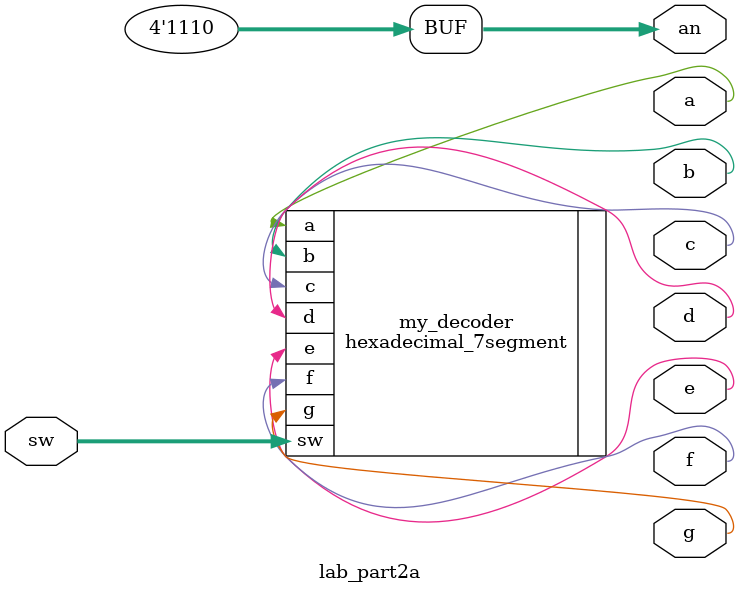
<source format=sv>
`timescale 1ns / 1ps


module lab_part2a(
    input  logic [3:0] sw,       // The 4 switches for input
    output logic a,b,c,d,e,f,g,  // The 7 segment LEDs
    output logic [3:0] an       
    );

    hexadecimal_7segment my_decoder (
        .sw(sw),
        .a(a),
        .b(b),
        .c(c),
        .d(d),
        .e(e),
        .f(f),
        .g(g)
    );

    assign an = 4'b1110; 

endmodule
</source>
